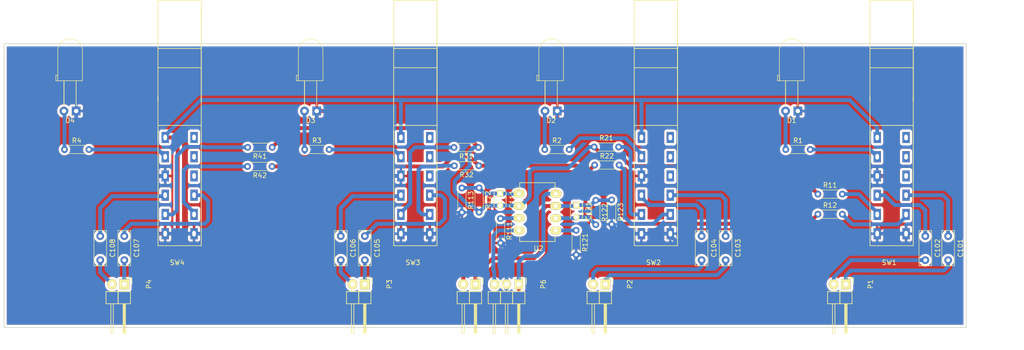
<source format=kicad_pcb>
(kicad_pcb (version 4) (host pcbnew 4.0.7)
  (layers (0 F.Cu signal) (31 B.Cu signal) (34 B.Paste user) (35 F.Paste user) (36 B.SilkS user) (37 F.SilkS user) (38 B.Mask user) (39 F.Mask user) (44 Edge.Cuts user))
  (net 0 "")
  (net 1 GND)
  (net 2 "Net-(D1-Pad2)")
  (net 3 "Net-(D2-Pad2)")
  (net 4 "Net-(D3-Pad2)")
  (net 5 "Net-(D4-Pad2)")
  (net 6 /+15)
  (net 7 /-15)
  (net 8 /CUE_L)
  (net 9 /CUE_L_NO_AMP)
  (net 10 /CUE_R)
  (net 11 /CUE_R_NO_AMP)
  (net 12 "Net-(R111-Pad1)")
  (net 13 "Net-(R121-Pad1)")
  (net 14 /IN3_R)
  (net 15 /IN2_R)
  (net 16 /IN3_L)
  (net 17 /IN4_L)
  (net 18 /IN1_L)
  (net 19 /IN2_L)
  (net 20 /IN1_R)
  (net 21 /IN4_R)
  (net 22 "Net-(R1-Pad2)")
  (net 23 "Net-(R2-Pad2)")
  (net 24 "Net-(R3-Pad2)")
  (net 25 "Net-(R4-Pad2)")
  (net 26 "Net-(R11-Pad2)")
  (net 27 "Net-(R12-Pad2)")
  (net 28 "Net-(R21-Pad2)")
  (net 29 "Net-(R22-Pad2)")
  (net 30 "Net-(R31-Pad2)")
  (net 31 "Net-(R32-Pad2)")
  (net 32 "Net-(R41-Pad2)")
  (net 33 "Net-(R42-Pad2)")
  (net 34 "Net-(C101-Pad2)")
  (net 35 "Net-(C102-Pad2)")
  (net 36 "Net-(C103-Pad2)")
  (net 37 "Net-(C104-Pad2)")
  (net 38 "Net-(C105-Pad2)")
  (net 39 "Net-(C106-Pad2)")
  (net 40 "Net-(C107-Pad2)")
  (net 41 "Net-(C108-Pad2)")
  (module Pin_Headers:Pin_Header_Angled_1x02 (layer F.Cu) (at 195 90 270)
    (fp_text reference P1 (at 0 -5.1 270) (layer F.SilkS))
    (fp_text value IN_1)
    (pad 1 thru_hole rect (at 0 0 270) (size 2.032 2.032) (drill 1.016) (layers *.Cu *.Mask F.SilkS) (net 34 "Net-(C101-Pad2)"))
    (pad 2 thru_hole oval (at 0 2.54 270) (size 2.032 2.032) (drill 1.016) (layers *.Cu *.Mask F.SilkS) (net 35 "Net-(C102-Pad2)"))
  )
  (module Pin_Headers:Pin_Header_Angled_1x02 (layer F.Cu) (at 145 90 270)
    (fp_text reference P2 (at 0 -5.1 270) (layer F.SilkS))
    (fp_text value IN_2)
    (pad 1 thru_hole rect (at 0 0 270) (size 2.032 2.032) (drill 1.016) (layers *.Cu *.Mask F.SilkS) (net 36 "Net-(C103-Pad2)"))
    (pad 2 thru_hole oval (at 0 2.54 270) (size 2.032 2.032) (drill 1.016) (layers *.Cu *.Mask F.SilkS) (net 37 "Net-(C104-Pad2)"))
  )
  (module Pin_Headers:Pin_Header_Angled_1x02 (layer F.Cu) (at 95 90 270)
    (fp_text reference P3 (at 0 -5.1 270) (layer F.SilkS))
    (fp_text value IN_3)
    (pad 1 thru_hole rect (at 0 0 270) (size 2.032 2.032) (drill 1.016) (layers *.Cu *.Mask F.SilkS) (net 38 "Net-(C105-Pad2)"))
    (pad 2 thru_hole oval (at 0 2.54 270) (size 2.032 2.032) (drill 1.016) (layers *.Cu *.Mask F.SilkS) (net 39 "Net-(C106-Pad2)"))
  )
  (module Pin_Headers:Pin_Header_Angled_1x02 (layer F.Cu) (at 45 90 270)
    (fp_text reference P4 (at 0 -5.1 270) (layer F.SilkS))
    (fp_text value IN_4)
    (pad 1 thru_hole rect (at 0 0 270) (size 2.032 2.032) (drill 1.016) (layers *.Cu *.Mask F.SilkS) (net 40 "Net-(C107-Pad2)"))
    (pad 2 thru_hole oval (at 0 2.54 270) (size 2.032 2.032) (drill 1.016) (layers *.Cu *.Mask F.SilkS) (net 41 "Net-(C108-Pad2)"))
  )
  (module Pin_Headers:Pin_Header_Angled_1x02 (layer F.Cu) (at 118 90 270)
    (fp_text reference P5 (at 0 -5.1 270) (layer F.SilkS))
    (fp_text value CUE)
    (pad 1 thru_hole rect (at 0 0 270) (size 2.032 2.032) (drill 1.016) (layers *.Cu *.Mask F.SilkS) (net 10 /CUE_R))
    (pad 2 thru_hole oval (at 0 2.54 270) (size 2.032 2.032) (drill 1.016) (layers *.Cu *.Mask F.SilkS) (net 8 /CUE_L))
  )
  (module Pin_Headers:Pin_Header_Angled_1x03 (layer F.Cu) (at 127 90 270)
    (fp_text reference P6 (at 0 -5.1 270) (layer F.SilkS))
    (fp_text value CONN_01X03)
    (pad 1 thru_hole rect (at 0 0 270) (size 2.032 1.7272) (drill 1.016) (layers *.Cu *.Mask F.SilkS) (net 6 /+15))
    (pad 2 thru_hole oval (at 0 2.54 270) (size 2.032 1.7272) (drill 1.016) (layers *.Cu *.Mask F.SilkS) (net 1 GND))
    (pad 3 thru_hole oval (at 0 5.08 270) (size 2.032 1.7272) (drill 1.016) (layers *.Cu *.Mask F.SilkS) (net 7 /-15))
  )
  (module Capacitors_ThroughHole:C_Disc_D3_P2.5 (layer F.Cu) (at 123.125 71.15 270)
    (fp_text reference C111 (at 1.25 -2.5 270) (layer F.SilkS))
    (fp_text value 15p)
    (pad 1 thru_hole rect (at 0 0 270) (size 1.3 1.3) (drill 0.8) (layers *.Cu *.Mask F.SilkS) (net 8 /CUE_L))
    (pad 2 thru_hole circle (at 2.5 0 270) (size 1.3 1.3) (drill 0.8001) (layers *.Cu *.Mask F.SilkS) (net 9 /CUE_L_NO_AMP))
  )
  (module Capacitors_ThroughHole:C_Disc_D3_P2.5 (layer F.Cu) (at 138.975 73.55 270)
    (fp_text reference C121 (at 1.25 -2.5 270) (layer F.SilkS))
    (fp_text value 15p)
    (pad 1 thru_hole rect (at 0 0 270) (size 1.3 1.3) (drill 0.8) (layers *.Cu *.Mask F.SilkS) (net 10 /CUE_R))
    (pad 2 thru_hole circle (at 2.5 0 270) (size 1.3 1.3) (drill 0.8001) (layers *.Cu *.Mask F.SilkS) (net 11 /CUE_R_NO_AMP))
  )
  (module Housings_DIP:DIP-8_W7.62mm_LongPads (layer F.Cu) (at 127.06 71.2)
    (fp_text reference U2 (at 4.03 11.36) (layer F.SilkS))
    (fp_text value LM358)
    (pad 1 thru_hole oval (at 0 0) (size 2.3 1.6) (drill 0.8) (layers *.Cu *.Mask F.SilkS) (net 8 /CUE_L))
    (pad 2 thru_hole oval (at 0 2.54) (size 2.3 1.6) (drill 0.8) (layers *.Cu *.Mask F.SilkS) (net 9 /CUE_L_NO_AMP))
    (pad 3 thru_hole oval (at 0 5.08) (size 2.3 1.6) (drill 0.8) (layers *.Cu *.Mask F.SilkS) (net 12 "Net-(R111-Pad1)"))
    (pad 4 thru_hole oval (at 0 7.62) (size 2.3 1.6) (drill 0.8) (layers *.Cu *.Mask F.SilkS) (net 7 /-15))
    (pad 5 thru_hole oval (at 7.62 7.62) (size 2.3 1.6) (drill 0.8) (layers *.Cu *.Mask F.SilkS) (net 13 "Net-(R121-Pad1)"))
    (pad 6 thru_hole oval (at 7.62 5.08) (size 2.3 1.6) (drill 0.8) (layers *.Cu *.Mask F.SilkS) (net 11 /CUE_R_NO_AMP))
    (pad 7 thru_hole oval (at 7.62 2.54) (size 2.3 1.6) (drill 0.8) (layers *.Cu *.Mask F.SilkS) (net 10 /CUE_R))
    (pad 8 thru_hole oval (at 7.62 0) (size 2.3 1.6) (drill 0.8) (layers *.Cu *.Mask F.SilkS) (net 6 /+15))
  )
  (module LEDs:LED_D5.0mm_Horizontal_O6.35mm_Z9.0mm (layer F.Cu) (at 185 54 180)
    (fp_text reference D1 (at 1.27 -1.96 180) (layer F.SilkS))
    (fp_text value LED)
    (pad 1 thru_hole rect (at 0 0 180) (size 1.8 1.8) (drill 0.9) (layers *.Cu *.Mask) (net 1 GND))
    (pad 2 thru_hole circle (at 2.54 0 180) (size 1.8 1.8) (drill 0.9) (layers *.Cu *.Mask) (net 2 "Net-(D1-Pad2)"))
  )
  (module LEDs:LED_D5.0mm_Horizontal_O6.35mm_Z9.0mm (layer F.Cu) (at 135 54 180)
    (fp_text reference D2 (at 1.27 -1.96 180) (layer F.SilkS))
    (fp_text value LED)
    (pad 1 thru_hole rect (at 0 0 180) (size 1.8 1.8) (drill 0.9) (layers *.Cu *.Mask) (net 1 GND))
    (pad 2 thru_hole circle (at 2.54 0 180) (size 1.8 1.8) (drill 0.9) (layers *.Cu *.Mask) (net 3 "Net-(D2-Pad2)"))
  )
  (module LEDs:LED_D5.0mm_Horizontal_O6.35mm_Z9.0mm (layer F.Cu) (at 85 54 180)
    (fp_text reference D3 (at 1.27 -1.96 180) (layer F.SilkS))
    (fp_text value LED)
    (pad 1 thru_hole rect (at 0 0 180) (size 1.8 1.8) (drill 0.9) (layers *.Cu *.Mask) (net 1 GND))
    (pad 2 thru_hole circle (at 2.54 0 180) (size 1.8 1.8) (drill 0.9) (layers *.Cu *.Mask) (net 4 "Net-(D3-Pad2)"))
  )
  (module LEDs:LED_D5.0mm_Horizontal_O6.35mm_Z9.0mm (layer F.Cu) (at 35 54 180)
    (fp_text reference D4 (at 1.27 -1.96 180) (layer F.SilkS))
    (fp_text value LED)
    (pad 1 thru_hole rect (at 0 0 180) (size 1.8 1.8) (drill 0.9) (layers *.Cu *.Mask) (net 1 GND))
    (pad 2 thru_hole circle (at 2.54 0 180) (size 1.8 1.8) (drill 0.9) (layers *.Cu *.Mask) (net 5 "Net-(D4-Pad2)"))
  )
  (module Capacitors_ThroughHole:C_Rect_L7.2mm_W2.5mm_P5.00mm_FKS2_FKP2_MKS2_MKP2 (layer F.Cu) (at 216.25 80 270)
    (fp_text reference C101 (at 2.5 -2.56 270) (layer F.SilkS))
    (fp_text value 2u2)
    (pad 1 thru_hole circle (at 0 0 270) (size 1.6 1.6) (drill 0.8) (layers *.Cu *.Mask) (net 20 /IN1_R))
    (pad 2 thru_hole circle (at 5 0 270) (size 1.6 1.6) (drill 0.8) (layers *.Cu *.Mask) (net 34 "Net-(C101-Pad2)"))
  )
  (module Capacitors_ThroughHole:C_Rect_L7.2mm_W2.5mm_P5.00mm_FKS2_FKP2_MKS2_MKP2 (layer F.Cu) (at 211.5 80 270)
    (fp_text reference C102 (at 2.5 -2.56 270) (layer F.SilkS))
    (fp_text value 2u2)
    (pad 1 thru_hole circle (at 0 0 270) (size 1.6 1.6) (drill 0.8) (layers *.Cu *.Mask) (net 18 /IN1_L))
    (pad 2 thru_hole circle (at 5 0 270) (size 1.6 1.6) (drill 0.8) (layers *.Cu *.Mask) (net 35 "Net-(C102-Pad2)"))
  )
  (module Capacitors_ThroughHole:C_Rect_L7.2mm_W2.5mm_P5.00mm_FKS2_FKP2_MKS2_MKP2 (layer F.Cu) (at 170 80 270)
    (fp_text reference C103 (at 2.5 -2.56 270) (layer F.SilkS))
    (fp_text value 2u2)
    (pad 1 thru_hole circle (at 0 0 270) (size 1.6 1.6) (drill 0.8) (layers *.Cu *.Mask) (net 15 /IN2_R))
    (pad 2 thru_hole circle (at 5 0 270) (size 1.6 1.6) (drill 0.8) (layers *.Cu *.Mask) (net 36 "Net-(C103-Pad2)"))
  )
  (module Capacitors_ThroughHole:C_Rect_L7.2mm_W2.5mm_P5.00mm_FKS2_FKP2_MKS2_MKP2 (layer F.Cu) (at 165 80 270)
    (fp_text reference C104 (at 2.5 -2.56 270) (layer F.SilkS))
    (fp_text value 2u2)
    (pad 1 thru_hole circle (at 0 0 270) (size 1.6 1.6) (drill 0.8) (layers *.Cu *.Mask) (net 19 /IN2_L))
    (pad 2 thru_hole circle (at 5 0 270) (size 1.6 1.6) (drill 0.8) (layers *.Cu *.Mask) (net 37 "Net-(C104-Pad2)"))
  )
  (module Capacitors_ThroughHole:C_Rect_L7.2mm_W2.5mm_P5.00mm_FKS2_FKP2_MKS2_MKP2 (layer F.Cu) (at 95 80 270)
    (fp_text reference C105 (at 2.5 -2.56 270) (layer F.SilkS))
    (fp_text value 2u2)
    (pad 1 thru_hole circle (at 0 0 270) (size 1.6 1.6) (drill 0.8) (layers *.Cu *.Mask) (net 14 /IN3_R))
    (pad 2 thru_hole circle (at 5 0 270) (size 1.6 1.6) (drill 0.8) (layers *.Cu *.Mask) (net 38 "Net-(C105-Pad2)"))
  )
  (module Capacitors_ThroughHole:C_Rect_L7.2mm_W2.5mm_P5.00mm_FKS2_FKP2_MKS2_MKP2 (layer F.Cu) (at 90 80 270)
    (fp_text reference C106 (at 2.5 -2.56 270) (layer F.SilkS))
    (fp_text value 2u2)
    (pad 1 thru_hole circle (at 0 0 270) (size 1.6 1.6) (drill 0.8) (layers *.Cu *.Mask) (net 16 /IN3_L))
    (pad 2 thru_hole circle (at 5 0 270) (size 1.6 1.6) (drill 0.8) (layers *.Cu *.Mask) (net 39 "Net-(C106-Pad2)"))
  )
  (module Capacitors_ThroughHole:C_Rect_L7.2mm_W2.5mm_P5.00mm_FKS2_FKP2_MKS2_MKP2 (layer F.Cu) (at 45 80 270)
    (fp_text reference C107 (at 2.5 -2.56 270) (layer F.SilkS))
    (fp_text value 2u2)
    (pad 1 thru_hole circle (at 0 0 270) (size 1.6 1.6) (drill 0.8) (layers *.Cu *.Mask) (net 21 /IN4_R))
    (pad 2 thru_hole circle (at 5 0 270) (size 1.6 1.6) (drill 0.8) (layers *.Cu *.Mask) (net 40 "Net-(C107-Pad2)"))
  )
  (module Capacitors_ThroughHole:C_Rect_L7.2mm_W2.5mm_P5.00mm_FKS2_FKP2_MKS2_MKP2 (layer F.Cu) (at 40 80 270)
    (fp_text reference C108 (at 2.5 -2.56 270) (layer F.SilkS))
    (fp_text value 2u2)
    (pad 1 thru_hole circle (at 0 0 270) (size 1.6 1.6) (drill 0.8) (layers *.Cu *.Mask) (net 17 /IN4_L))
    (pad 2 thru_hole circle (at 5 0 270) (size 1.6 1.6) (drill 0.8) (layers *.Cu *.Mask) (net 41 "Net-(C108-Pad2)"))
  )
  (module Resistors_ThroughHole:R_Axial_DIN0204_L3.6mm_D1.6mm_P5.08mm_Horizontal (layer F.Cu) (at 182.495 62)
    (fp_text reference R1 (at 2.54 -1.86) (layer F.SilkS))
    (fp_text value 700)
    (pad 1 thru_hole circle (at 0 0) (size 1.4 1.4) (drill 0.7) (layers *.Cu *.Mask) (net 2 "Net-(D1-Pad2)"))
    (pad 2 thru_hole oval (at 5.08 0) (size 1.4 1.4) (drill 0.7) (layers *.Cu *.Mask) (net 22 "Net-(R1-Pad2)"))
  )
  (module Resistors_ThroughHole:R_Axial_DIN0204_L3.6mm_D1.6mm_P5.08mm_Horizontal (layer F.Cu) (at 132.395 62)
    (fp_text reference R2 (at 2.54 -1.86) (layer F.SilkS))
    (fp_text value 700)
    (pad 1 thru_hole circle (at 0 0) (size 1.4 1.4) (drill 0.7) (layers *.Cu *.Mask) (net 3 "Net-(D2-Pad2)"))
    (pad 2 thru_hole oval (at 5.08 0) (size 1.4 1.4) (drill 0.7) (layers *.Cu *.Mask) (net 23 "Net-(R2-Pad2)"))
  )
  (module Resistors_ThroughHole:R_Axial_DIN0204_L3.6mm_D1.6mm_P5.08mm_Horizontal (layer F.Cu) (at 82.5 62)
    (fp_text reference R3 (at 2.54 -1.86) (layer F.SilkS))
    (fp_text value 700)
    (pad 1 thru_hole circle (at 0 0) (size 1.4 1.4) (drill 0.7) (layers *.Cu *.Mask) (net 4 "Net-(D3-Pad2)"))
    (pad 2 thru_hole oval (at 5.08 0) (size 1.4 1.4) (drill 0.7) (layers *.Cu *.Mask) (net 24 "Net-(R3-Pad2)"))
  )
  (module Resistors_ThroughHole:R_Axial_DIN0204_L3.6mm_D1.6mm_P5.08mm_Horizontal (layer F.Cu) (at 32.565 62)
    (fp_text reference R4 (at 2.54 -1.86) (layer F.SilkS))
    (fp_text value 700)
    (pad 1 thru_hole circle (at 0 0) (size 1.4 1.4) (drill 0.7) (layers *.Cu *.Mask) (net 5 "Net-(D4-Pad2)"))
    (pad 2 thru_hole oval (at 5.08 0) (size 1.4 1.4) (drill 0.7) (layers *.Cu *.Mask) (net 25 "Net-(R4-Pad2)"))
  )
  (module Resistors_ThroughHole:R_Axial_DIN0204_L3.6mm_D1.6mm_P5.08mm_Horizontal (layer F.Cu) (at 189.17 71.275)
    (fp_text reference R11 (at 2.54 -1.86) (layer F.SilkS))
    (fp_text value 100k)
    (pad 1 thru_hole circle (at 0 0) (size 1.4 1.4) (drill 0.7) (layers *.Cu *.Mask) (net 9 /CUE_L_NO_AMP))
    (pad 2 thru_hole oval (at 5.08 0) (size 1.4 1.4) (drill 0.7) (layers *.Cu *.Mask) (net 26 "Net-(R11-Pad2)"))
  )
  (module Resistors_ThroughHole:R_Axial_DIN0204_L3.6mm_D1.6mm_P5.08mm_Horizontal (layer F.Cu) (at 189.17 75.45)
    (fp_text reference R12 (at 2.54 -1.86) (layer F.SilkS))
    (fp_text value 100k)
    (pad 1 thru_hole circle (at 0 0) (size 1.4 1.4) (drill 0.7) (layers *.Cu *.Mask) (net 11 /CUE_R_NO_AMP))
    (pad 2 thru_hole oval (at 5.08 0) (size 1.4 1.4) (drill 0.7) (layers *.Cu *.Mask) (net 27 "Net-(R12-Pad2)"))
  )
  (module Resistors_ThroughHole:R_Axial_DIN0204_L3.6mm_D1.6mm_P5.08mm_Horizontal (layer F.Cu) (at 142.67 61.475)
    (fp_text reference R21 (at 2.54 -1.86) (layer F.SilkS))
    (fp_text value 100k)
    (pad 1 thru_hole circle (at 0 0) (size 1.4 1.4) (drill 0.7) (layers *.Cu *.Mask) (net 9 /CUE_L_NO_AMP))
    (pad 2 thru_hole oval (at 5.08 0) (size 1.4 1.4) (drill 0.7) (layers *.Cu *.Mask) (net 28 "Net-(R21-Pad2)"))
  )
  (module Resistors_ThroughHole:R_Axial_DIN0204_L3.6mm_D1.6mm_P5.08mm_Horizontal (layer F.Cu) (at 142.775 65.225)
    (fp_text reference R22 (at 2.54 -1.86) (layer F.SilkS))
    (fp_text value 100k)
    (pad 1 thru_hole circle (at 0 0) (size 1.4 1.4) (drill 0.7) (layers *.Cu *.Mask) (net 11 /CUE_R_NO_AMP))
    (pad 2 thru_hole oval (at 5.08 0) (size 1.4 1.4) (drill 0.7) (layers *.Cu *.Mask) (net 29 "Net-(R22-Pad2)"))
  )
  (module Resistors_ThroughHole:R_Axial_DIN0204_L3.6mm_D1.6mm_P5.08mm_Horizontal (layer F.Cu) (at 118.605 61.575 180)
    (fp_text reference R31 (at 2.54 -1.86 180) (layer F.SilkS))
    (fp_text value 100k)
    (pad 1 thru_hole circle (at 0 0 180) (size 1.4 1.4) (drill 0.7) (layers *.Cu *.Mask) (net 9 /CUE_L_NO_AMP))
    (pad 2 thru_hole oval (at 5.08 0 180) (size 1.4 1.4) (drill 0.7) (layers *.Cu *.Mask) (net 30 "Net-(R31-Pad2)"))
  )
  (module Resistors_ThroughHole:R_Axial_DIN0204_L3.6mm_D1.6mm_P5.08mm_Horizontal (layer F.Cu) (at 118.68 65.375 180)
    (fp_text reference R32 (at 2.54 -1.86 180) (layer F.SilkS))
    (fp_text value 100k)
    (pad 1 thru_hole circle (at 0 0 180) (size 1.4 1.4) (drill 0.7) (layers *.Cu *.Mask) (net 11 /CUE_R_NO_AMP))
    (pad 2 thru_hole oval (at 5.08 0 180) (size 1.4 1.4) (drill 0.7) (layers *.Cu *.Mask) (net 31 "Net-(R32-Pad2)"))
  )
  (module Resistors_ThroughHole:R_Axial_DIN0204_L3.6mm_D1.6mm_P5.08mm_Horizontal (layer F.Cu) (at 75.735 61.55 180)
    (fp_text reference R41 (at 2.54 -1.86 180) (layer F.SilkS))
    (fp_text value 100k)
    (pad 1 thru_hole circle (at 0 0 180) (size 1.4 1.4) (drill 0.7) (layers *.Cu *.Mask) (net 9 /CUE_L_NO_AMP))
    (pad 2 thru_hole oval (at 5.08 0 180) (size 1.4 1.4) (drill 0.7) (layers *.Cu *.Mask) (net 32 "Net-(R41-Pad2)"))
  )
  (module Resistors_ThroughHole:R_Axial_DIN0204_L3.6mm_D1.6mm_P5.08mm_Horizontal (layer F.Cu) (at 75.71 65.525 180)
    (fp_text reference R42 (at 2.54 -1.86 180) (layer F.SilkS))
    (fp_text value 100k)
    (pad 1 thru_hole circle (at 0 0 180) (size 1.4 1.4) (drill 0.7) (layers *.Cu *.Mask) (net 11 /CUE_R_NO_AMP))
    (pad 2 thru_hole oval (at 5.08 0 180) (size 1.4 1.4) (drill 0.7) (layers *.Cu *.Mask) (net 33 "Net-(R42-Pad2)"))
  )
  (module Resistors_ThroughHole:R_Axial_DIN0204_L3.6mm_D1.6mm_P5.08mm_Horizontal (layer F.Cu) (at 123.2 76.35 270)
    (fp_text reference R111 (at 2.54 -1.86 270) (layer F.SilkS))
    (fp_text value 10k)
    (pad 1 thru_hole circle (at 0 0 270) (size 1.4 1.4) (drill 0.7) (layers *.Cu *.Mask) (net 12 "Net-(R111-Pad1)"))
    (pad 2 thru_hole oval (at 5.08 0 270) (size 1.4 1.4) (drill 0.7) (layers *.Cu *.Mask) (net 1 GND))
  )
  (module Resistors_ThroughHole:R_Axial_DIN0204_L3.6mm_D1.6mm_P5.08mm_Horizontal (layer F.Cu) (at 118.75 69.97 270)
    (fp_text reference R112 (at 2.54 -1.86 270) (layer F.SilkS))
    (fp_text value 100k)
    (pad 1 thru_hole circle (at 0 0 270) (size 1.4 1.4) (drill 0.7) (layers *.Cu *.Mask) (net 8 /CUE_L))
    (pad 2 thru_hole oval (at 5.08 0 270) (size 1.4 1.4) (drill 0.7) (layers *.Cu *.Mask) (net 9 /CUE_L_NO_AMP))
  )
  (module Resistors_ThroughHole:R_Axial_DIN0204_L3.6mm_D1.6mm_P5.08mm_Horizontal (layer F.Cu) (at 115.175 70 270)
    (fp_text reference R113 (at 2.54 -1.86 270) (layer F.SilkS))
    (fp_text value 100k)
    (pad 1 thru_hole circle (at 0 0 270) (size 1.4 1.4) (drill 0.7) (layers *.Cu *.Mask) (net 8 /CUE_L))
    (pad 2 thru_hole oval (at 5.08 0 270) (size 1.4 1.4) (drill 0.7) (layers *.Cu *.Mask) (net 1 GND))
  )
  (module Resistors_ThroughHole:R_Axial_DIN0204_L3.6mm_D1.6mm_P5.08mm_Horizontal (layer F.Cu) (at 138.925 78.8 270)
    (fp_text reference R121 (at 2.54 -1.86 270) (layer F.SilkS))
    (fp_text value 10k)
    (pad 1 thru_hole circle (at 0 0 270) (size 1.4 1.4) (drill 0.7) (layers *.Cu *.Mask) (net 13 "Net-(R121-Pad1)"))
    (pad 2 thru_hole oval (at 5.08 0 270) (size 1.4 1.4) (drill 0.7) (layers *.Cu *.Mask) (net 1 GND))
  )
  (module Resistors_ThroughHole:R_Axial_DIN0204_L3.6mm_D1.6mm_P5.08mm_Horizontal (layer F.Cu) (at 143 72.55 270)
    (fp_text reference R122 (at 2.54 -1.86 270) (layer F.SilkS))
    (fp_text value 100k)
    (pad 1 thru_hole circle (at 0 0 270) (size 1.4 1.4) (drill 0.7) (layers *.Cu *.Mask) (net 10 /CUE_R))
    (pad 2 thru_hole oval (at 5.08 0 270) (size 1.4 1.4) (drill 0.7) (layers *.Cu *.Mask) (net 11 /CUE_R_NO_AMP))
  )
  (module Resistors_ThroughHole:R_Axial_DIN0204_L3.6mm_D1.6mm_P5.08mm_Horizontal (layer F.Cu) (at 146.3 72.475 270)
    (fp_text reference R123 (at 2.54 -1.86 270) (layer F.SilkS))
    (fp_text value 100k)
    (pad 1 thru_hole circle (at 0 0 270) (size 1.4 1.4) (drill 0.7) (layers *.Cu *.Mask) (net 10 /CUE_R))
    (pad 2 thru_hole oval (at 5.08 0 270) (size 1.4 1.4) (drill 0.7) (layers *.Cu *.Mask) (net 1 GND))
  )
  (module 4PDT:Swith_F4UEE (layer F.Cu) (at 204 85)
    (fp_text reference SW1 (at 0 0.5) (layer F.SilkS))
    (fp_text value DPDT_switch_4U)
    (pad D1 thru_hole rect (at 3.5 -5.5 180) (size 1.524 2.3) (drill oval 0.762 1.2) (layers *.Cu *.Mask) (net 1 GND))
    (pad C1 thru_hole rect (at -2.5 -5.5 180) (size 1.524 2.3) (drill oval 0.762 1.2) (layers *.Cu *.Mask) (net 1 GND))
    (pad D0 thru_hole rect (at 3.5 -9.5 180) (size 1.524 2.3) (drill oval 0.762 1.2) (layers *.Cu *.Mask) (net 27 "Net-(R12-Pad2)"))
    (pad C0 thru_hole rect (at -2.5 -9.5 180) (size 1.524 2.3) (drill oval 0.762 1.2) (layers *.Cu *.Mask) (net 26 "Net-(R11-Pad2)"))
    (pad D2 thru_hole rect (at 3.5 -13.5 180) (size 1.524 2.3) (drill oval 0.762 1.2) (layers *.Cu *.Mask) (net 20 /IN1_R))
    (pad C2 thru_hole rect (at -2.5 -13.5 180) (size 1.524 2.3) (drill oval 0.762 1.2) (layers *.Cu *.Mask) (net 18 /IN1_L))
    (pad B1 thru_hole rect (at 3.5 -17.5 180) (size 1.524 2.3) (drill oval 0.762 1.2) (layers *.Cu *.Mask))
    (pad A1 thru_hole rect (at -2.5 -17.5 180) (size 1.524 2.3) (drill oval 0.762 1.2) (layers *.Cu *.Mask) (net 1 GND))
    (pad B0 thru_hole rect (at 3.5 -21.5 180) (size 1.524 2.3) (drill oval 0.762 1.2) (layers *.Cu *.Mask))
    (pad A0 thru_hole rect (at -2.5 -21.5 180) (size 1.524 2.3) (drill oval 0.762 1.2) (layers *.Cu *.Mask) (net 22 "Net-(R1-Pad2)"))
    (pad B2 thru_hole rect (at 3.5 -25.5 180) (size 1.524 2.3) (drill oval 0.762 1.2) (layers *.Cu *.Mask))
    (pad A2 thru_hole rect (at -2.5 -25.5 180) (size 1.524 2.3) (drill oval 0.762 1.2) (layers *.Cu *.Mask) (net 6 /+15))
  )
  (module 4PDT:Swith_F4UEE (layer F.Cu) (at 155 85)
    (fp_text reference SW2 (at 0 0.5) (layer F.SilkS))
    (fp_text value DPDT_switch_4U)
    (pad D1 thru_hole rect (at 3.5 -5.5 180) (size 1.524 2.3) (drill oval 0.762 1.2) (layers *.Cu *.Mask) (net 1 GND))
    (pad C1 thru_hole rect (at -2.5 -5.5 180) (size 1.524 2.3) (drill oval 0.762 1.2) (layers *.Cu *.Mask) (net 1 GND))
    (pad D0 thru_hole rect (at 3.5 -9.5 180) (size 1.524 2.3) (drill oval 0.762 1.2) (layers *.Cu *.Mask) (net 29 "Net-(R22-Pad2)"))
    (pad C0 thru_hole rect (at -2.5 -9.5 180) (size 1.524 2.3) (drill oval 0.762 1.2) (layers *.Cu *.Mask) (net 28 "Net-(R21-Pad2)"))
    (pad D2 thru_hole rect (at 3.5 -13.5 180) (size 1.524 2.3) (drill oval 0.762 1.2) (layers *.Cu *.Mask) (net 15 /IN2_R))
    (pad C2 thru_hole rect (at -2.5 -13.5 180) (size 1.524 2.3) (drill oval 0.762 1.2) (layers *.Cu *.Mask) (net 19 /IN2_L))
    (pad B1 thru_hole rect (at 3.5 -17.5 180) (size 1.524 2.3) (drill oval 0.762 1.2) (layers *.Cu *.Mask))
    (pad A1 thru_hole rect (at -2.5 -17.5 180) (size 1.524 2.3) (drill oval 0.762 1.2) (layers *.Cu *.Mask) (net 1 GND))
    (pad B0 thru_hole rect (at 3.5 -21.5 180) (size 1.524 2.3) (drill oval 0.762 1.2) (layers *.Cu *.Mask))
    (pad A0 thru_hole rect (at -2.5 -21.5 180) (size 1.524 2.3) (drill oval 0.762 1.2) (layers *.Cu *.Mask) (net 23 "Net-(R2-Pad2)"))
    (pad B2 thru_hole rect (at 3.5 -25.5 180) (size 1.524 2.3) (drill oval 0.762 1.2) (layers *.Cu *.Mask))
    (pad A2 thru_hole rect (at -2.5 -25.5 180) (size 1.524 2.3) (drill oval 0.762 1.2) (layers *.Cu *.Mask) (net 6 /+15))
  )
  (module 4PDT:Swith_F4UEE (layer F.Cu) (at 105 85)
    (fp_text reference SW3 (at 0 0.5) (layer F.SilkS))
    (fp_text value DPDT_switch_4U)
    (pad D1 thru_hole rect (at 3.5 -5.5 180) (size 1.524 2.3) (drill oval 0.762 1.2) (layers *.Cu *.Mask) (net 1 GND))
    (pad C1 thru_hole rect (at -2.5 -5.5 180) (size 1.524 2.3) (drill oval 0.762 1.2) (layers *.Cu *.Mask) (net 1 GND))
    (pad D0 thru_hole rect (at 3.5 -9.5 180) (size 1.524 2.3) (drill oval 0.762 1.2) (layers *.Cu *.Mask) (net 31 "Net-(R32-Pad2)"))
    (pad C0 thru_hole rect (at -2.5 -9.5 180) (size 1.524 2.3) (drill oval 0.762 1.2) (layers *.Cu *.Mask) (net 30 "Net-(R31-Pad2)"))
    (pad D2 thru_hole rect (at 3.5 -13.5 180) (size 1.524 2.3) (drill oval 0.762 1.2) (layers *.Cu *.Mask) (net 14 /IN3_R))
    (pad C2 thru_hole rect (at -2.5 -13.5 180) (size 1.524 2.3) (drill oval 0.762 1.2) (layers *.Cu *.Mask) (net 16 /IN3_L))
    (pad B1 thru_hole rect (at 3.5 -17.5 180) (size 1.524 2.3) (drill oval 0.762 1.2) (layers *.Cu *.Mask))
    (pad A1 thru_hole rect (at -2.5 -17.5 180) (size 1.524 2.3) (drill oval 0.762 1.2) (layers *.Cu *.Mask) (net 1 GND))
    (pad B0 thru_hole rect (at 3.5 -21.5 180) (size 1.524 2.3) (drill oval 0.762 1.2) (layers *.Cu *.Mask))
    (pad A0 thru_hole rect (at -2.5 -21.5 180) (size 1.524 2.3) (drill oval 0.762 1.2) (layers *.Cu *.Mask) (net 24 "Net-(R3-Pad2)"))
    (pad B2 thru_hole rect (at 3.5 -25.5 180) (size 1.524 2.3) (drill oval 0.762 1.2) (layers *.Cu *.Mask))
    (pad A2 thru_hole rect (at -2.5 -25.5 180) (size 1.524 2.3) (drill oval 0.762 1.2) (layers *.Cu *.Mask) (net 6 /+15))
  )
  (module 4PDT:Swith_F4UEE (layer F.Cu) (at 56 85)
    (fp_text reference SW4 (at 0 0.5) (layer F.SilkS))
    (fp_text value DPDT_switch_4U)
    (pad D1 thru_hole rect (at 3.5 -5.5 180) (size 1.524 2.3) (drill oval 0.762 1.2) (layers *.Cu *.Mask) (net 1 GND))
    (pad C1 thru_hole rect (at -2.5 -5.5 180) (size 1.524 2.3) (drill oval 0.762 1.2) (layers *.Cu *.Mask) (net 1 GND))
    (pad D0 thru_hole rect (at 3.5 -9.5 180) (size 1.524 2.3) (drill oval 0.762 1.2) (layers *.Cu *.Mask) (net 33 "Net-(R42-Pad2)"))
    (pad C0 thru_hole rect (at -2.5 -9.5 180) (size 1.524 2.3) (drill oval 0.762 1.2) (layers *.Cu *.Mask) (net 32 "Net-(R41-Pad2)"))
    (pad D2 thru_hole rect (at 3.5 -13.5 180) (size 1.524 2.3) (drill oval 0.762 1.2) (layers *.Cu *.Mask) (net 21 /IN4_R))
    (pad C2 thru_hole rect (at -2.5 -13.5 180) (size 1.524 2.3) (drill oval 0.762 1.2) (layers *.Cu *.Mask) (net 17 /IN4_L))
    (pad B1 thru_hole rect (at 3.5 -17.5 180) (size 1.524 2.3) (drill oval 0.762 1.2) (layers *.Cu *.Mask))
    (pad A1 thru_hole rect (at -2.5 -17.5 180) (size 1.524 2.3) (drill oval 0.762 1.2) (layers *.Cu *.Mask) (net 1 GND))
    (pad B0 thru_hole rect (at 3.5 -21.5 180) (size 1.524 2.3) (drill oval 0.762 1.2) (layers *.Cu *.Mask))
    (pad A0 thru_hole rect (at -2.5 -21.5 180) (size 1.524 2.3) (drill oval 0.762 1.2) (layers *.Cu *.Mask) (net 25 "Net-(R4-Pad2)"))
    (pad B2 thru_hole rect (at 3.5 -25.5 180) (size 1.524 2.3) (drill oval 0.762 1.2) (layers *.Cu *.Mask))
    (pad A2 thru_hole rect (at -2.5 -25.5 180) (size 1.524 2.3) (drill oval 0.762 1.2) (layers *.Cu *.Mask) (net 6 /+15))
  )
  (gr_line (start 20 40) (end 220 40) (angle 90) (layer Edge.Cuts) (width 0.15))
  (gr_line (start 20 99) (end 20 40) (angle 90) (layer Edge.Cuts) (width 0.15))
  (gr_line (start 220 99) (end 20 99) (angle 90) (layer Edge.Cuts) (width 0.15))
  (gr_line (start 220 40) (end 220 99) (angle 90) (layer Edge.Cuts) (width 0.15))
  (segment (start 131.025 57.225) (end 133.475 57.225) (width 0.8) (layer F.Cu) (net 1))
  (segment (start 133.475 57.225) (end 135 55.7) (width 0.8) (layer F.Cu) (net 1))
  (segment (start 135 55.7) (end 135 54) (width 0.8) (layer F.Cu) (net 1))
  (segment (start 127.8 54) (end 131.025 57.225) (width 0.8) (layer F.Cu) (net 1))
  (segment (start 85 54) (end 127.8 54) (width 0.8) (layer F.Cu) (net 1))
  (segment (start 183.45 82.55) (end 185.05 80.95) (width 0.8) (layer B.Cu) (net 1))
  (segment (start 185.05 80.95) (end 185.05 67.5) (width 0.8) (layer B.Cu) (net 1))
  (segment (start 161.162 82.55) (end 183.45 82.55) (width 0.8) (layer B.Cu) (net 1))
  (segment (start 158.5 79.5) (end 158.5 79.888) (width 0.8) (layer B.Cu) (net 1))
  (segment (start 158.5 79.888) (end 161.162 82.55) (width 0.8) (layer B.Cu) (net 1))
  (segment (start 137.85 93.8) (end 138.925 92.725) (width 0.8) (layer B.Cu) (net 1))
  (segment (start 138.925 92.725) (end 138.925 83.88) (width 0.8) (layer B.Cu) (net 1))
  (segment (start 126.444 93.8) (end 137.85 93.8) (width 0.8) (layer B.Cu) (net 1))
  (segment (start 124.46 90) (end 124.46 91.816) (width 0.8) (layer B.Cu) (net 1))
  (segment (start 124.46 91.816) (end 126.444 93.8) (width 0.8) (layer B.Cu) (net 1))
  (segment (start 123.35 93.675) (end 124.46 92.565) (width 0.8) (layer B.Cu) (net 1))
  (segment (start 124.46 92.565) (end 124.46 90) (width 0.8) (layer B.Cu) (net 1))
  (segment (start 109.875 93.675) (end 123.35 93.675) (width 0.8) (layer B.Cu) (net 1))
  (segment (start 108.5 92.3) (end 109.875 93.675) (width 0.8) (layer B.Cu) (net 1))
  (segment (start 108.5 79.5) (end 108.5 92.3) (width 0.8) (layer B.Cu) (net 1))
  (segment (start 204.375 68.813) (end 204.375 76.237) (width 0.8) (layer F.Cu) (net 1))
  (segment (start 204.375 76.237) (end 201.5 79.112) (width 0.8) (layer F.Cu) (net 1))
  (segment (start 201.5 79.112) (end 201.5 79.5) (width 0.8) (layer F.Cu) (net 1))
  (segment (start 201.5 67.5) (end 203.062 67.5) (width 0.8) (layer F.Cu) (net 1))
  (segment (start 203.062 67.5) (end 204.375 68.813) (width 0.8) (layer F.Cu) (net 1))
  (segment (start 201.5 79.5) (end 207.5 79.5) (width 0.8) (layer B.Cu) (net 1))
  (segment (start 185 54) (end 185 67.55) (width 0.8) (layer B.Cu) (net 1))
  (segment (start 185 67.55) (end 185 68.4) (width 0.8) (layer B.Cu) (net 1))
  (segment (start 201.5 67.5) (end 185.05 67.5) (width 0.8) (layer B.Cu) (net 1))
  (segment (start 185.05 67.5) (end 185 67.55) (width 0.8) (layer B.Cu) (net 1))
  (segment (start 185 68.4) (end 183.850001 69.549999) (width 0.8) (layer B.Cu) (net 1))
  (segment (start 183.850001 69.549999) (end 156.111999 69.549999) (width 0.8) (layer B.Cu) (net 1))
  (segment (start 154.062 67.5) (end 152.5 67.5) (width 0.8) (layer B.Cu) (net 1))
  (segment (start 156.111999 69.549999) (end 154.062 67.5) (width 0.8) (layer B.Cu) (net 1))
  (segment (start 50.725 78.8) (end 51.425 79.5) (width 0.8) (layer F.Cu) (net 1))
  (segment (start 51.425 79.5) (end 53.5 79.5) (width 0.8) (layer F.Cu) (net 1))
  (segment (start 50.725 68.713) (end 50.725 78.8) (width 0.8) (layer F.Cu) (net 1))
  (segment (start 53.5 67.5) (end 51.938 67.5) (width 0.8) (layer F.Cu) (net 1))
  (segment (start 51.938 67.5) (end 50.725 68.713) (width 0.8) (layer F.Cu) (net 1))
  (segment (start 82.075 79.5) (end 85 76.575) (width 0.8) (layer B.Cu) (net 1))
  (segment (start 85 76.575) (end 85 66.625) (width 0.8) (layer B.Cu) (net 1))
  (segment (start 59.5 79.5) (end 82.075 79.5) (width 0.8) (layer B.Cu) (net 1))
  (segment (start 146.3 82.2) (end 144.62 83.88) (width 0.8) (layer B.Cu) (net 1))
  (segment (start 144.62 83.88) (end 138.925 83.88) (width 0.8) (layer B.Cu) (net 1))
  (segment (start 146.3 77.555) (end 146.3 82.2) (width 0.8) (layer B.Cu) (net 1))
  (segment (start 124.46 90) (end 124.46 82.69) (width 0.8) (layer B.Cu) (net 1))
  (segment (start 124.46 82.69) (end 123.2 81.43) (width 0.8) (layer B.Cu) (net 1))
  (segment (start 108.5 79.5) (end 110.755 79.5) (width 0.8) (layer B.Cu) (net 1))
  (segment (start 110.755 79.5) (end 115.175 75.08) (width 0.8) (layer B.Cu) (net 1))
  (segment (start 146.3 77.555) (end 148.245 79.5) (width 0.8) (layer B.Cu) (net 1))
  (segment (start 148.245 79.5) (end 152.5 79.5) (width 0.8) (layer B.Cu) (net 1))
  (segment (start 152.5 79.5) (end 158.5 79.5) (width 0.8) (layer B.Cu) (net 1))
  (segment (start 85 66.625) (end 85.875 67.5) (width 0.8) (layer B.Cu) (net 1))
  (segment (start 85.875 67.5) (end 102.5 67.5) (width 0.8) (layer B.Cu) (net 1))
  (segment (start 85 54) (end 85 66.625) (width 0.8) (layer B.Cu) (net 1))
  (segment (start 35 54) (end 35 65.625) (width 0.8) (layer B.Cu) (net 1))
  (segment (start 35 65.625) (end 36.875 67.5) (width 0.8) (layer B.Cu) (net 1))
  (segment (start 36.875 67.5) (end 41.525 67.5) (width 0.8) (layer B.Cu) (net 1))
  (segment (start 41.525 67.5) (end 53.5 67.5) (width 0.8) (layer B.Cu) (net 1))
  (segment (start 102.5 79.5) (end 108.5 79.5) (width 0.8) (layer B.Cu) (net 1))
  (segment (start 59.5 79.5) (end 53.5 79.5) (width 0.8) (layer B.Cu) (net 1))
  (segment (start 182.46 54) (end 182.46 61.965) (width 0.8) (layer B.Cu) (net 2))
  (segment (start 182.46 61.965) (end 182.495 62) (width 0.8) (layer B.Cu) (net 2))
  (segment (start 132.395 62) (end 132.395 54.065) (width 0.8) (layer B.Cu) (net 3))
  (segment (start 132.395 54.065) (end 132.46 54) (width 0.8) (layer B.Cu) (net 3))
  (segment (start 82.46 54) (end 82.46 61.96) (width 0.8) (layer B.Cu) (net 4))
  (segment (start 82.46 61.96) (end 82.5 62) (width 0.8) (layer B.Cu) (net 4))
  (segment (start 82.46 62.485) (end 82.5 62.525) (width 0.8) (layer B.Cu) (net 4))
  (segment (start 32.565 62) (end 32.565 54.105) (width 0.8) (layer B.Cu) (net 5))
  (segment (start 32.565 54.105) (end 32.46 54) (width 0.8) (layer B.Cu) (net 5))
  (segment (start 32.46 62.295) (end 32.565 62.4) (width 0.8) (layer B.Cu) (net 5))
  (segment (start 125.6 95.175) (end 127 93.775) (width 0.8) (layer F.Cu) (net 6))
  (segment (start 127 93.775) (end 127 90) (width 0.8) (layer F.Cu) (net 6))
  (segment (start 58.175 95.175) (end 125.6 95.175) (width 0.8) (layer F.Cu) (net 6))
  (segment (start 56.1 93.1) (end 58.175 95.175) (width 0.8) (layer F.Cu) (net 6))
  (segment (start 56.1 60.538) (end 56.1 93.1) (width 0.8) (layer F.Cu) (net 6))
  (segment (start 53.5 59.5) (end 55.062 59.5) (width 0.8) (layer F.Cu) (net 6))
  (segment (start 55.062 59.5) (end 56.1 60.538) (width 0.8) (layer F.Cu) (net 6))
  (segment (start 60.887 51.725) (end 102.5 51.725) (width 0.8) (layer B.Cu) (net 6))
  (segment (start 102.5 51.725) (end 152.375 51.725) (width 0.8) (layer B.Cu) (net 6))
  (segment (start 102.5 59.5) (end 102.5 51.725) (width 0.8) (layer B.Cu) (net 6))
  (segment (start 152.375 51.725) (end 195.8 51.725) (width 0.8) (layer B.Cu) (net 6))
  (segment (start 152.5 59.5) (end 152.5 51.85) (width 0.8) (layer B.Cu) (net 6))
  (segment (start 152.5 51.85) (end 152.375 51.725) (width 0.8) (layer B.Cu) (net 6))
  (segment (start 53.5 59.5) (end 53.5 59.112) (width 0.8) (layer B.Cu) (net 6))
  (segment (start 53.5 59.112) (end 60.887 51.725) (width 0.8) (layer B.Cu) (net 6))
  (segment (start 201.5 57.425) (end 201.5 59.5) (width 0.8) (layer B.Cu) (net 6))
  (segment (start 195.8 51.725) (end 201.5 57.425) (width 0.8) (layer B.Cu) (net 6))
  (segment (start 128.225 84.15) (end 127 85.375) (width 0.8) (layer B.Cu) (net 6))
  (segment (start 127 85.375) (end 127 88.184) (width 0.8) (layer B.Cu) (net 6))
  (segment (start 130.875 84.15) (end 128.225 84.15) (width 0.8) (layer B.Cu) (net 6))
  (segment (start 132.105 82.92) (end 130.875 84.15) (width 0.8) (layer B.Cu) (net 6))
  (segment (start 132.105 71.825) (end 132.105 82.92) (width 0.8) (layer B.Cu) (net 6))
  (segment (start 134.68 71.2) (end 132.73 71.2) (width 0.8) (layer B.Cu) (net 6))
  (segment (start 132.73 71.2) (end 132.105 71.825) (width 0.8) (layer B.Cu) (net 6))
  (segment (start 127 90) (end 127 88.184) (width 0.8) (layer B.Cu) (net 6))
  (segment (start 121.699999 79.875001) (end 121.699999 87.1) (width 0.8) (layer B.Cu) (net 7))
  (segment (start 121.699999 87.1) (end 121.92 87.320001) (width 0.8) (layer B.Cu) (net 7))
  (segment (start 121.92 87.320001) (end 121.92 90) (width 0.8) (layer B.Cu) (net 7))
  (segment (start 127.06 78.82) (end 122.755 78.82) (width 0.8) (layer B.Cu) (net 7))
  (segment (start 122.755 78.82) (end 121.699999 79.875001) (width 0.8) (layer B.Cu) (net 7))
  (segment (start 120.825 83.19816) (end 120.825 72) (width 0.8) (layer F.Cu) (net 8))
  (segment (start 120.825 72) (end 121.675 71.15) (width 0.8) (layer F.Cu) (net 8))
  (segment (start 121.675 71.15) (end 123.125 71.15) (width 0.8) (layer F.Cu) (net 8))
  (segment (start 115.46 90) (end 115.46 88.56316) (width 0.8) (layer F.Cu) (net 8))
  (segment (start 115.46 88.56316) (end 120.825 83.19816) (width 0.8) (layer F.Cu) (net 8))
  (segment (start 118.75 69.97) (end 115.205 69.97) (width 0.8) (layer B.Cu) (net 8))
  (segment (start 115.205 69.97) (end 115.175 70) (width 0.8) (layer B.Cu) (net 8))
  (segment (start 123.125 71.15) (end 119.93 71.15) (width 0.8) (layer B.Cu) (net 8))
  (segment (start 119.93 71.15) (end 118.75 69.97) (width 0.8) (layer B.Cu) (net 8))
  (segment (start 127.06 71.2) (end 123.175 71.2) (width 0.8) (layer B.Cu) (net 8))
  (segment (start 123.175 71.2) (end 123.125 71.15) (width 0.8) (layer B.Cu) (net 8))
  (segment (start 147.900002 63.05) (end 144.245 63.05) (width 0.8) (layer F.Cu) (net 9))
  (segment (start 144.245 63.05) (end 142.67 61.475) (width 0.8) (layer F.Cu) (net 9))
  (segment (start 189.17 71.275) (end 183.345001 65.450001) (width 0.8) (layer F.Cu) (net 9))
  (segment (start 183.345001 65.450001) (end 150.300003 65.450001) (width 0.8) (layer F.Cu) (net 9))
  (segment (start 150.300003 65.450001) (end 147.900002 63.05) (width 0.8) (layer F.Cu) (net 9))
  (segment (start 129.275 66.625) (end 129.275 71.875) (width 0.8) (layer B.Cu) (net 9))
  (segment (start 129.275 71.875) (end 127.41 73.74) (width 0.8) (layer B.Cu) (net 9))
  (segment (start 127.41 73.74) (end 127.06 73.74) (width 0.8) (layer B.Cu) (net 9))
  (segment (start 130.025 65.875) (end 129.275 66.625) (width 0.8) (layer B.Cu) (net 9))
  (segment (start 137.280051 65.875) (end 130.025 65.875) (width 0.8) (layer B.Cu) (net 9))
  (segment (start 142.67 61.475) (end 141.680051 61.475) (width 0.8) (layer B.Cu) (net 9))
  (segment (start 141.680051 61.475) (end 137.280051 65.875) (width 0.8) (layer B.Cu) (net 9))
  (segment (start 118.75 75.05) (end 117.279999 73.579999) (width 0.8) (layer B.Cu) (net 9))
  (segment (start 117.615051 61.575) (end 118.605 61.575) (width 0.8) (layer B.Cu) (net 9))
  (segment (start 117.279999 73.579999) (end 116.534997 73.579999) (width 0.8) (layer B.Cu) (net 9))
  (segment (start 116.534997 73.579999) (end 113.674999 70.720001) (width 0.8) (layer B.Cu) (net 9))
  (segment (start 113.674999 70.720001) (end 113.674999 68.500001) (width 0.8) (layer B.Cu) (net 9))
  (segment (start 113.674999 68.500001) (end 116.775 65.4) (width 0.8) (layer B.Cu) (net 9))
  (segment (start 116.775 65.4) (end 116.775 62.415051) (width 0.8) (layer B.Cu) (net 9))
  (segment (start 116.775 62.415051) (end 117.615051 61.575) (width 0.8) (layer B.Cu) (net 9))
  (segment (start 75.735 61.55) (end 79.735001 57.549999) (width 0.8) (layer F.Cu) (net 9))
  (segment (start 79.735001 57.549999) (end 114.579999 57.549999) (width 0.8) (layer F.Cu) (net 9))
  (segment (start 114.579999 57.549999) (end 117.905001 60.875001) (width 0.8) (layer F.Cu) (net 9))
  (segment (start 117.905001 60.875001) (end 118.605 61.575) (width 0.8) (layer F.Cu) (net 9))
  (segment (start 123.125 73.65) (end 120.15 73.65) (width 0.8) (layer B.Cu) (net 9))
  (segment (start 120.15 73.65) (end 118.75 75.05) (width 0.8) (layer B.Cu) (net 9))
  (segment (start 123.125 73.65) (end 126.97 73.65) (width 0.8) (layer B.Cu) (net 9))
  (segment (start 126.97 73.65) (end 127.06 73.74) (width 0.8) (layer B.Cu) (net 9))
  (segment (start 131.575 83.2) (end 130.191 84.584) (width 0.8) (layer F.Cu) (net 10))
  (segment (start 130.191 84.584) (end 121.6 84.584) (width 0.8) (layer F.Cu) (net 10))
  (segment (start 131.575 74.895) (end 131.575 83.2) (width 0.8) (layer F.Cu) (net 10))
  (segment (start 134.68 73.74) (end 132.73 73.74) (width 0.8) (layer F.Cu) (net 10))
  (segment (start 132.73 73.74) (end 131.575 74.895) (width 0.8) (layer F.Cu) (net 10))
  (segment (start 118 90) (end 118 88.184) (width 0.8) (layer F.Cu) (net 10))
  (segment (start 118 88.184) (end 121.6 84.584) (width 0.8) (layer F.Cu) (net 10))
  (segment (start 143 72.55) (end 146.225 72.55) (width 0.8) (layer B.Cu) (net 10))
  (segment (start 146.225 72.55) (end 146.3 72.475) (width 0.8) (layer B.Cu) (net 10))
  (segment (start 138.975 73.55) (end 142 73.55) (width 0.8) (layer B.Cu) (net 10))
  (segment (start 142 73.55) (end 143 72.55) (width 0.8) (layer B.Cu) (net 10))
  (segment (start 134.68 73.74) (end 138.785 73.74) (width 0.8) (layer B.Cu) (net 10))
  (segment (start 138.785 73.74) (end 138.975 73.55) (width 0.8) (layer B.Cu) (net 10))
  (segment (start 75.71 65.525) (end 111.229998 65.525) (width 0.8) (layer F.Cu) (net 11))
  (segment (start 111.229998 65.525) (end 113.154998 63.6) (width 0.8) (layer F.Cu) (net 11))
  (segment (start 113.154998 63.6) (end 116.905 63.6) (width 0.8) (layer F.Cu) (net 11))
  (segment (start 116.905 63.6) (end 118.68 65.375) (width 0.8) (layer F.Cu) (net 11))
  (segment (start 118.68 65.375) (end 139.075 65.375) (width 0.8) (layer F.Cu) (net 11))
  (segment (start 139.075 65.375) (end 140.85 67.15) (width 0.8) (layer F.Cu) (net 11))
  (segment (start 147.015002 76.05) (end 140.75 76.05) (width 0.8) (layer F.Cu) (net 11))
  (segment (start 140.75 76.05) (end 139.894238 76.05) (width 0.8) (layer F.Cu) (net 11))
  (segment (start 142.775 65.225) (end 140.85 67.15) (width 0.8) (layer F.Cu) (net 11))
  (segment (start 140.85 67.15) (end 140.85 75.95) (width 0.8) (layer F.Cu) (net 11))
  (segment (start 140.85 75.95) (end 140.75 76.05) (width 0.8) (layer F.Cu) (net 11))
  (segment (start 189.17 75.45) (end 187.169999 77.450001) (width 0.8) (layer F.Cu) (net 11))
  (segment (start 187.169999 77.450001) (end 148.415003 77.450001) (width 0.8) (layer F.Cu) (net 11))
  (segment (start 148.415003 77.450001) (end 147.015002 76.05) (width 0.8) (layer F.Cu) (net 11))
  (segment (start 139.894238 76.05) (end 138.975 76.05) (width 0.8) (layer F.Cu) (net 11))
  (segment (start 138.975 76.05) (end 141.42 76.05) (width 0.8) (layer B.Cu) (net 11))
  (segment (start 141.42 76.05) (end 143 77.63) (width 0.8) (layer B.Cu) (net 11))
  (segment (start 134.68 76.28) (end 138.745 76.28) (width 0.8) (layer B.Cu) (net 11))
  (segment (start 138.745 76.28) (end 138.975 76.05) (width 0.8) (layer B.Cu) (net 11))
  (segment (start 127.06 76.28) (end 123.27 76.28) (width 0.8) (layer B.Cu) (net 12))
  (segment (start 123.27 76.28) (end 123.2 76.35) (width 0.8) (layer B.Cu) (net 12))
  (segment (start 134.68 78.82) (end 138.905 78.82) (width 0.8) (layer B.Cu) (net 13))
  (segment (start 138.905 78.82) (end 138.925 78.8) (width 0.8) (layer B.Cu) (net 13))
  (segment (start 111.65 72.35) (end 110.8 71.5) (width 0.8) (layer B.Cu) (net 14))
  (segment (start 110.8 71.5) (end 108.5 71.5) (width 0.8) (layer B.Cu) (net 14))
  (segment (start 111.65 76.325002) (end 111.65 72.35) (width 0.8) (layer B.Cu) (net 14))
  (segment (start 110.525001 77.450001) (end 111.65 76.325002) (width 0.8) (layer B.Cu) (net 14))
  (segment (start 95 80) (end 97.549999 77.450001) (width 0.8) (layer B.Cu) (net 14))
  (segment (start 97.549999 77.450001) (end 110.525001 77.450001) (width 0.8) (layer B.Cu) (net 14))
  (segment (start 170 72.45) (end 169.05 71.5) (width 0.8) (layer B.Cu) (net 15))
  (segment (start 169.05 71.5) (end 158.5 71.5) (width 0.8) (layer B.Cu) (net 15))
  (segment (start 170 80) (end 170 72.45) (width 0.8) (layer B.Cu) (net 15))
  (segment (start 90 80) (end 90 74.15) (width 0.8) (layer B.Cu) (net 16))
  (segment (start 90 74.15) (end 92.44 71.71) (width 0.8) (layer B.Cu) (net 16))
  (segment (start 92.44 71.71) (end 102.29 71.71) (width 0.8) (layer B.Cu) (net 16))
  (segment (start 102.29 71.71) (end 102.5 71.5) (width 0.8) (layer B.Cu) (net 16))
  (segment (start 40 80) (end 40 74.15) (width 0.8) (layer B.Cu) (net 17))
  (segment (start 40 74.15) (end 42.44 71.71) (width 0.8) (layer B.Cu) (net 17))
  (segment (start 42.44 71.71) (end 53.29 71.71) (width 0.8) (layer B.Cu) (net 17))
  (segment (start 53.29 71.71) (end 53.5 71.5) (width 0.8) (layer B.Cu) (net 17))
  (segment (start 201.5 71.5) (end 203.062 71.5) (width 0.8) (layer B.Cu) (net 18))
  (segment (start 210.374999 73.549999) (end 211.5 74.675) (width 0.8) (layer B.Cu) (net 18))
  (segment (start 203.062 71.5) (end 205.111999 73.549999) (width 0.8) (layer B.Cu) (net 18))
  (segment (start 205.111999 73.549999) (end 210.374999 73.549999) (width 0.8) (layer B.Cu) (net 18))
  (segment (start 211.5 74.675) (end 211.5 80) (width 0.8) (layer B.Cu) (net 18))
  (segment (start 165 80) (end 165 74.65) (width 0.8) (layer B.Cu) (net 19))
  (segment (start 165 74.65) (end 163.899999 73.549999) (width 0.8) (layer B.Cu) (net 19))
  (segment (start 163.899999 73.549999) (end 154.161999 73.549999) (width 0.8) (layer B.Cu) (net 19))
  (segment (start 154.161999 73.549999) (end 152.5 71.888) (width 0.8) (layer B.Cu) (net 19))
  (segment (start 152.5 71.888) (end 152.5 71.5) (width 0.8) (layer B.Cu) (net 19))
  (segment (start 215.175 71.5) (end 216.25 72.575) (width 0.8) (layer B.Cu) (net 20))
  (segment (start 216.25 72.575) (end 216.25 80) (width 0.8) (layer B.Cu) (net 20))
  (segment (start 207.5 71.5) (end 215.175 71.5) (width 0.8) (layer B.Cu) (net 20))
  (segment (start 59.5 71.5) (end 61.25 71.5) (width 0.8) (layer B.Cu) (net 21))
  (segment (start 62.425 72.7) (end 61.25 71.525) (width 0.8) (layer B.Cu) (net 21))
  (segment (start 61.25 71.525) (end 61.25 71.5) (width 0.8) (layer B.Cu) (net 21))
  (segment (start 62.425 76.725) (end 62.425 72.7) (width 0.8) (layer B.Cu) (net 21))
  (segment (start 61.699999 77.450001) (end 62.425 76.725) (width 0.8) (layer B.Cu) (net 21))
  (segment (start 45 80) (end 45 78.86863) (width 0.8) (layer B.Cu) (net 21))
  (segment (start 45 78.86863) (end 46.418629 77.450001) (width 0.8) (layer B.Cu) (net 21))
  (segment (start 46.418629 77.450001) (end 61.699999 77.450001) (width 0.8) (layer B.Cu) (net 21))
  (segment (start 187.575 62) (end 200 62) (width 0.8) (layer B.Cu) (net 22))
  (segment (start 200 62) (end 201.5 63.5) (width 0.8) (layer B.Cu) (net 22))
  (segment (start 152.5 63.5) (end 152.5 62.95293) (width 0.8) (layer B.Cu) (net 23))
  (segment (start 152.5 62.95293) (end 149.19707 59.65) (width 0.8) (layer B.Cu) (net 23))
  (segment (start 139.825 59.65) (end 137.475 62) (width 0.8) (layer B.Cu) (net 23))
  (segment (start 149.19707 59.65) (end 139.825 59.65) (width 0.8) (layer B.Cu) (net 23))
  (segment (start 87.58 62) (end 101 62) (width 0.8) (layer B.Cu) (net 24))
  (segment (start 101 62) (end 102.5 63.5) (width 0.8) (layer B.Cu) (net 24))
  (segment (start 37.645 62) (end 52 62) (width 0.8) (layer B.Cu) (net 25))
  (segment (start 52 62) (end 53.5 63.5) (width 0.8) (layer B.Cu) (net 25))
  (segment (start 52.4 62.4) (end 53.5 63.5) (width 0.8) (layer B.Cu) (net 25))
  (segment (start 201.5 75.5) (end 201.5 75.112) (width 0.8) (layer B.Cu) (net 26))
  (segment (start 201.5 75.112) (end 197.663 71.275) (width 0.8) (layer B.Cu) (net 26))
  (segment (start 197.663 71.275) (end 196.925 71.275) (width 0.8) (layer B.Cu) (net 26))
  (segment (start 194.25 71.275) (end 196.925 71.275) (width 0.8) (layer B.Cu) (net 26))
  (segment (start 194.25 75.45) (end 196.349999 77.549999) (width 0.8) (layer B.Cu) (net 27))
  (segment (start 196.349999 77.549999) (end 205.838001 77.549999) (width 0.8) (layer B.Cu) (net 27))
  (segment (start 205.838001 77.549999) (end 207.5 75.888) (width 0.8) (layer B.Cu) (net 27))
  (segment (start 207.5 75.888) (end 207.5 75.5) (width 0.8) (layer B.Cu) (net 27))
  (segment (start 150.225 62.375) (end 150.225 75.125) (width 0.8) (layer B.Cu) (net 28))
  (segment (start 150.225 75.125) (end 150.6 75.5) (width 0.8) (layer B.Cu) (net 28))
  (segment (start 149.325 61.475) (end 150.225 62.375) (width 0.8) (layer B.Cu) (net 28))
  (segment (start 147.75 61.475) (end 149.325 61.475) (width 0.8) (layer B.Cu) (net 28))
  (segment (start 150.6 75.5) (end 152.5 75.5) (width 0.8) (layer B.Cu) (net 28))
  (segment (start 149 76.025) (end 150.425001 77.450001) (width 0.8) (layer B.Cu) (net 29))
  (segment (start 150.425001 77.450001) (end 154.987999 77.450001) (width 0.8) (layer B.Cu) (net 29))
  (segment (start 154.987999 77.450001) (end 156.938 75.5) (width 0.8) (layer B.Cu) (net 29))
  (segment (start 156.938 75.5) (end 158.5 75.5) (width 0.8) (layer B.Cu) (net 29))
  (segment (start 149 66.37) (end 149 76.025) (width 0.8) (layer B.Cu) (net 29))
  (segment (start 147.855 65.225) (end 149 66.37) (width 0.8) (layer B.Cu) (net 29))
  (segment (start 158.5 75.888) (end 158.5 75.5) (width 0.8) (layer B.Cu) (net 29))
  (segment (start 104.425 62.55) (end 105.425001 61.549999) (width 0.8) (layer B.Cu) (net 30))
  (segment (start 105.425001 61.549999) (end 112.51005 61.549999) (width 0.8) (layer B.Cu) (net 30))
  (segment (start 112.51005 61.549999) (end 112.535051 61.575) (width 0.8) (layer B.Cu) (net 30))
  (segment (start 112.535051 61.575) (end 113.525 61.575) (width 0.8) (layer B.Cu) (net 30))
  (segment (start 104.425 73.187) (end 104.425 62.55) (width 0.8) (layer B.Cu) (net 30))
  (segment (start 102.5 75.5) (end 102.5 75.112) (width 0.8) (layer B.Cu) (net 30))
  (segment (start 102.5 75.112) (end 104.425 73.187) (width 0.8) (layer B.Cu) (net 30))
  (segment (start 113.6 65.375) (end 110.077 65.375) (width 0.8) (layer B.Cu) (net 31))
  (segment (start 106.15 74.712) (end 106.938 75.5) (width 0.8) (layer B.Cu) (net 31))
  (segment (start 110.077 65.375) (end 109.902001 65.549999) (width 0.8) (layer B.Cu) (net 31))
  (segment (start 109.902001 65.549999) (end 106.825001 65.549999) (width 0.8) (layer B.Cu) (net 31))
  (segment (start 106.15 66.225) (end 106.15 74.712) (width 0.8) (layer B.Cu) (net 31))
  (segment (start 106.825001 65.549999) (end 106.15 66.225) (width 0.8) (layer B.Cu) (net 31))
  (segment (start 106.938 75.5) (end 108.5 75.5) (width 0.8) (layer B.Cu) (net 31))
  (segment (start 57.777999 61.450001) (end 61.575 61.450001) (width 0.8) (layer B.Cu) (net 32))
  (segment (start 61.575 61.450001) (end 61.674999 61.55) (width 0.8) (layer B.Cu) (net 32))
  (segment (start 61.674999 61.55) (end 70.655 61.55) (width 0.8) (layer B.Cu) (net 32))
  (segment (start 53.5 75.5) (end 55.062 75.5) (width 0.8) (layer B.Cu) (net 32))
  (segment (start 55.062 75.5) (end 55.875 74.687) (width 0.8) (layer B.Cu) (net 32))
  (segment (start 55.875 74.687) (end 55.875 63.353) (width 0.8) (layer B.Cu) (net 32))
  (segment (start 55.875 63.353) (end 57.777999 61.450001) (width 0.8) (layer B.Cu) (net 32))
  (segment (start 59.5 75.112) (end 57.35 72.962) (width 0.8) (layer B.Cu) (net 33))
  (segment (start 57.35 72.962) (end 57.35 66.297998) (width 0.8) (layer B.Cu) (net 33))
  (segment (start 57.35 66.297998) (end 58.122998 65.525) (width 0.8) (layer B.Cu) (net 33))
  (segment (start 58.122998 65.525) (end 69.640051 65.525) (width 0.8) (layer B.Cu) (net 33))
  (segment (start 69.640051 65.525) (end 70.63 65.525) (width 0.8) (layer B.Cu) (net 33))
  (segment (start 59.5 75.112) (end 59.5 75.5) (width 0.8) (layer B.Cu) (net 33))
  (segment (start 59.5 75.112) (end 57.937999 73.549999) (width 0.8) (layer B.Cu) (net 33))
  (segment (start 215.4 87.15) (end 216.25 86.3) (width 0.8) (layer B.Cu) (net 34))
  (segment (start 216.25 86.3) (end 216.25 85) (width 0.8) (layer B.Cu) (net 34))
  (segment (start 196.034 87.15) (end 215.4 87.15) (width 0.8) (layer B.Cu) (net 34))
  (segment (start 195 90) (end 195 88.184) (width 0.8) (layer B.Cu) (net 34))
  (segment (start 195 88.184) (end 196.034 87.15) (width 0.8) (layer B.Cu) (net 34))
  (segment (start 192.46 90) (end 192.46 88.56316) (width 0.8) (layer B.Cu) (net 35))
  (segment (start 192.46 88.56316) (end 196.02316 85) (width 0.8) (layer B.Cu) (net 35))
  (segment (start 196.02316 85) (end 211.5 85) (width 0.8) (layer B.Cu) (net 35))
  (segment (start 168.24999 88.10001) (end 170 86.35) (width 0.8) (layer B.Cu) (net 36))
  (segment (start 170 86.35) (end 170 85) (width 0.8) (layer B.Cu) (net 36))
  (segment (start 145 89.075) (end 145.97499 88.10001) (width 0.8) (layer B.Cu) (net 36))
  (segment (start 145.97499 88.10001) (end 168.24999 88.10001) (width 0.8) (layer B.Cu) (net 36))
  (segment (start 145 90) (end 145 89.075) (width 0.8) (layer B.Cu) (net 36))
  (segment (start 142.46 90) (end 142.46 87.715) (width 0.8) (layer B.Cu) (net 37))
  (segment (start 142.46 87.715) (end 143.275 86.9) (width 0.8) (layer B.Cu) (net 37))
  (segment (start 143.275 86.9) (end 164.4 86.9) (width 0.8) (layer B.Cu) (net 37))
  (segment (start 164.4 86.9) (end 165 86.3) (width 0.8) (layer B.Cu) (net 37))
  (segment (start 165 86.3) (end 165 85) (width 0.8) (layer B.Cu) (net 37))
  (segment (start 95 90) (end 95 85) (width 0.8) (layer B.Cu) (net 38))
  (segment (start 90 85) (end 90 87.54) (width 0.8) (layer B.Cu) (net 39))
  (segment (start 90 87.54) (end 92.46 90) (width 0.8) (layer B.Cu) (net 39))
  (segment (start 92.44 89.98) (end 92.46 90) (width 0.8) (layer B.Cu) (net 39))
  (segment (start 45 85) (end 45 90) (width 0.8) (layer B.Cu) (net 40))
  (segment (start 40 85) (end 40 87.54) (width 0.8) (layer B.Cu) (net 41))
  (segment (start 40 87.54) (end 42.46 90) (width 0.8) (layer B.Cu) (net 41))
  (segment (start 42.44 89.98) (end 42.46 90) (width 0.8) (layer B.Cu) (net 41))
  (zone (net 1) (net_name GND) (layer B.Cu) (connect_pads (clearance 0.508)) (min_thickness 0.254) (fill yes (arc_segments 16) (thermal_gap 0.508) (thermal_bridge_width 0.508))
    (polygon (pts (xy 20 40) (xy 220 40) (xy 220 99) (xy 20 99)))
  )
  (zone (net 1) (net_name GND) (layer F.Cu) (connect_pads (clearance 0.508)) (min_thickness 0.254) (fill yes (arc_segments 16) (thermal_gap 0.508) (thermal_bridge_width 0.508))
    (polygon (pts (xy 20 40) (xy 220 40) (xy 220 99) (xy 20 99)))
  )
)
</source>
